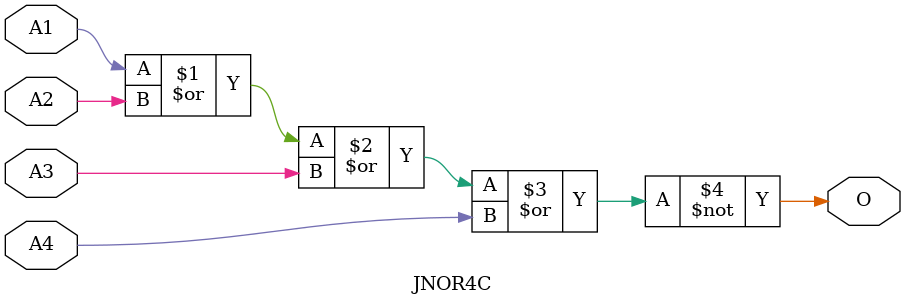
<source format=v>
module JNOR4C(A1, A2, A3, A4, O);
input   A1;
input   A2;
input   A3;
input   A4;
output  O;
nor g0(O, A1, A2, A3, A4);
endmodule
</source>
